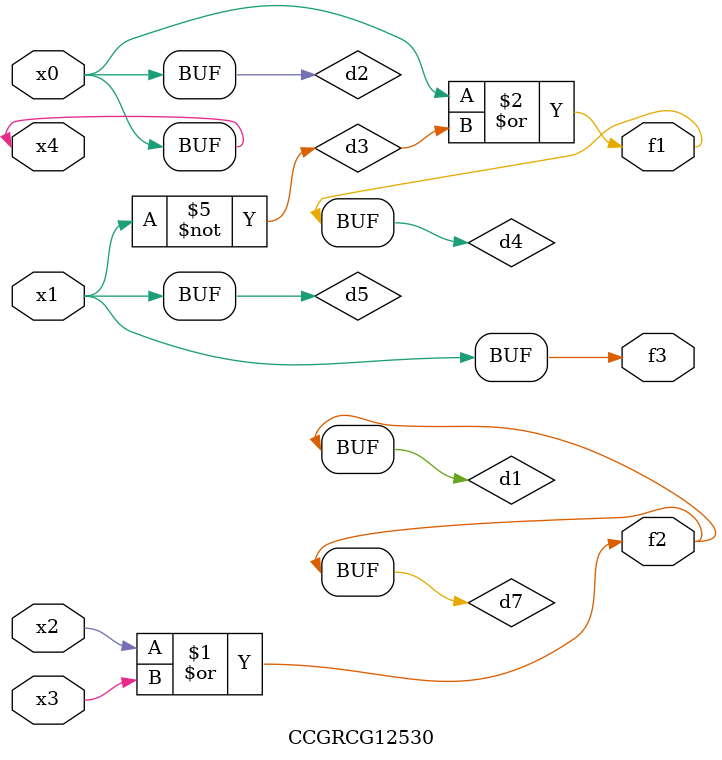
<source format=v>
module CCGRCG12530(
	input x0, x1, x2, x3, x4,
	output f1, f2, f3
);

	wire d1, d2, d3, d4, d5, d6, d7;

	or (d1, x2, x3);
	buf (d2, x0, x4);
	not (d3, x1);
	or (d4, d2, d3);
	not (d5, d3);
	nand (d6, d1, d3);
	or (d7, d1);
	assign f1 = d4;
	assign f2 = d7;
	assign f3 = d5;
endmodule

</source>
